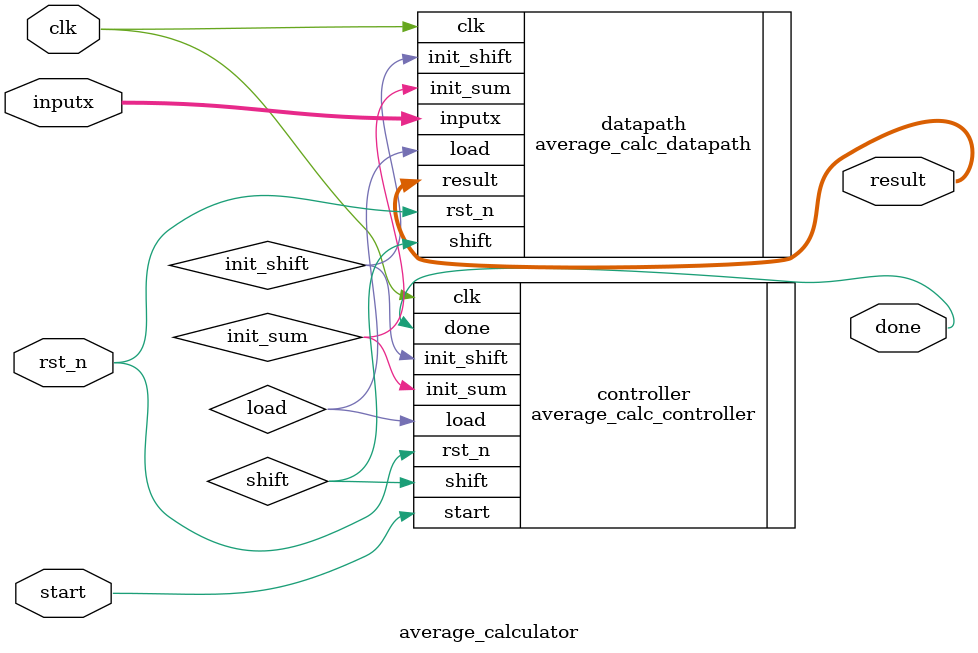
<source format=sv>
module average_calculator #(parameter m = 8, parameter n = 4) (
    input logic clk,
    input logic rst_n,
    input logic start,
    input logic [m-1:0] inputx,
    output logic [m-1:0] result,
    output logic done
);

    logic load, shift, init_sum, init_shift;
    
    average_calc_controller #(n) controller (
        .clk(clk),
        .rst_n(rst_n),
        .start(start),
        .init_sum(init_sum),
        .init_shift(init_shift),
        .load(load),
        .shift(shift),
        .done(done)
    );

    average_calc_datapath #(m, n) datapath (
        .clk(clk),
        .rst_n(rst_n),
        .load(load), // Load only when data is valid
        .shift(shift),
        .init_sum(init_sum),
        .init_shift(init_shift),
        .inputx(inputx),
        .result(result)
    );
endmodule


</source>
